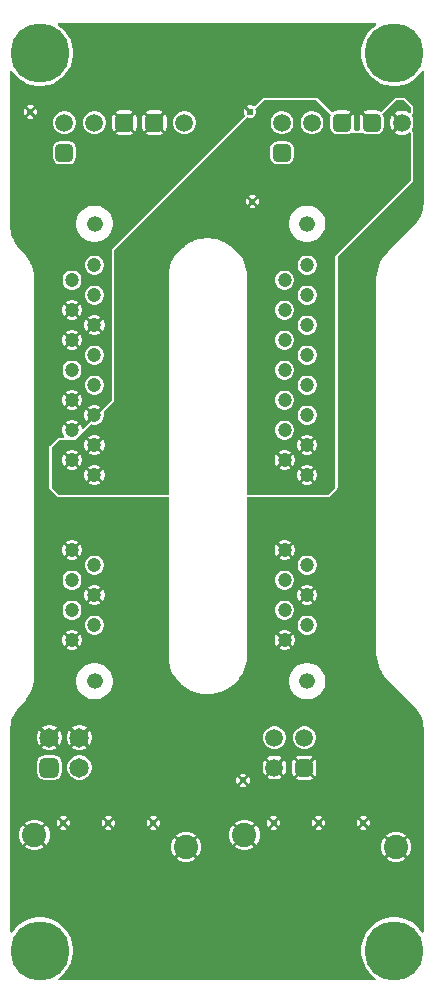
<source format=gbr>
G04*
G04 #@! TF.GenerationSoftware,Altium Limited,Altium Designer,22.11.1 (43)*
G04*
G04 Layer_Physical_Order=3*
G04 Layer_Color=36540*
%FSLAX44Y44*%
%MOMM*%
G71*
G04*
G04 #@! TF.SameCoordinates,6BFD124F-6662-46D6-B746-139303AAAD4B*
G04*
G04*
G04 #@! TF.FilePolarity,Positive*
G04*
G01*
G75*
%ADD18C,2.0500*%
%ADD30C,1.3400*%
%ADD31C,1.2000*%
%ADD32C,1.5000*%
G04:AMPARAMS|DCode=33|XSize=1.5mm|YSize=1.5mm|CornerRadius=0.375mm|HoleSize=0mm|Usage=FLASHONLY|Rotation=90.000|XOffset=0mm|YOffset=0mm|HoleType=Round|Shape=RoundedRectangle|*
%AMROUNDEDRECTD33*
21,1,1.5000,0.7500,0,0,90.0*
21,1,0.7500,1.5000,0,0,90.0*
1,1,0.7500,0.3750,0.3750*
1,1,0.7500,0.3750,-0.3750*
1,1,0.7500,-0.3750,-0.3750*
1,1,0.7500,-0.3750,0.3750*
%
%ADD33ROUNDEDRECTD33*%
G04:AMPARAMS|DCode=34|XSize=1.52mm|YSize=1.52mm|CornerRadius=0.38mm|HoleSize=0mm|Usage=FLASHONLY|Rotation=0.000|XOffset=0mm|YOffset=0mm|HoleType=Round|Shape=RoundedRectangle|*
%AMROUNDEDRECTD34*
21,1,1.5200,0.7600,0,0,0.0*
21,1,0.7600,1.5200,0,0,0.0*
1,1,0.7600,0.3800,-0.3800*
1,1,0.7600,-0.3800,-0.3800*
1,1,0.7600,-0.3800,0.3800*
1,1,0.7600,0.3800,0.3800*
%
%ADD34ROUNDEDRECTD34*%
%ADD35C,1.5200*%
G04:AMPARAMS|DCode=36|XSize=1.65mm|YSize=1.65mm|CornerRadius=0.4125mm|HoleSize=0mm|Usage=FLASHONLY|Rotation=270.000|XOffset=0mm|YOffset=0mm|HoleType=Round|Shape=RoundedRectangle|*
%AMROUNDEDRECTD36*
21,1,1.6500,0.8250,0,0,270.0*
21,1,0.8250,1.6500,0,0,270.0*
1,1,0.8250,-0.4125,-0.4125*
1,1,0.8250,-0.4125,0.4125*
1,1,0.8250,0.4125,0.4125*
1,1,0.8250,0.4125,-0.4125*
%
%ADD36ROUNDEDRECTD36*%
%ADD37C,1.6500*%
%ADD38C,5.0000*%
G04:AMPARAMS|DCode=39|XSize=1.52mm|YSize=1.52mm|CornerRadius=0.38mm|HoleSize=0mm|Usage=FLASHONLY|Rotation=90.000|XOffset=0mm|YOffset=0mm|HoleType=Round|Shape=RoundedRectangle|*
%AMROUNDEDRECTD39*
21,1,1.5200,0.7600,0,0,90.0*
21,1,0.7600,1.5200,0,0,90.0*
1,1,0.7600,0.3800,0.3800*
1,1,0.7600,0.3800,-0.3800*
1,1,0.7600,-0.3800,-0.3800*
1,1,0.7600,-0.3800,0.3800*
%
%ADD39ROUNDEDRECTD39*%
%ADD40C,0.6096*%
G36*
X968477Y1118941D02*
X968890Y1117671D01*
X965738Y1115382D01*
X962618Y1112262D01*
X960025Y1108692D01*
X958022Y1104761D01*
X956658Y1100564D01*
X955968Y1096206D01*
Y1091794D01*
X956658Y1087436D01*
X958022Y1083239D01*
X960025Y1079308D01*
X962618Y1075738D01*
X965738Y1072618D01*
X969308Y1070025D01*
X973239Y1068022D01*
X977436Y1066658D01*
X981794Y1065968D01*
X986206D01*
X990564Y1066658D01*
X994761Y1068022D01*
X998692Y1070025D01*
X1002262Y1072618D01*
X1005382Y1075738D01*
X1007671Y1078890D01*
X1008941Y1078477D01*
X1008941Y967400D01*
X1008941Y966044D01*
X1008676Y963345D01*
X1008147Y960685D01*
X1007359Y958090D01*
X1006321Y955584D01*
X1005043Y953193D01*
X1003536Y950938D01*
X1001816Y948841D01*
X1000857Y947883D01*
X1000857Y947883D01*
X978818Y925843D01*
X978796Y925811D01*
X978765Y925789D01*
X977727Y924699D01*
X977666Y924603D01*
X977578Y924531D01*
X975669Y922205D01*
X975598Y922071D01*
X975491Y921964D01*
X973819Y919462D01*
X973761Y919322D01*
X973665Y919204D01*
X972246Y916551D01*
X972202Y916406D01*
X972118Y916280D01*
X970966Y913500D01*
X970937Y913351D01*
X970865Y913217D01*
X969992Y910338D01*
X969977Y910187D01*
X969919Y910047D01*
X969332Y907095D01*
Y906944D01*
X969288Y906799D01*
X968993Y903804D01*
X969004Y903691D01*
X968979Y903579D01*
X968942Y902075D01*
X968949Y902037D01*
X968941Y902000D01*
Y586700D01*
X968949Y586663D01*
X968942Y586625D01*
X968979Y585121D01*
X969004Y585009D01*
X968993Y584896D01*
X969288Y581901D01*
X969332Y581756D01*
Y581604D01*
X969919Y578653D01*
X969977Y578513D01*
X969992Y578362D01*
X970865Y575483D01*
X970937Y575349D01*
X970966Y575200D01*
X972118Y572420D01*
X972202Y572294D01*
X972246Y572149D01*
X973665Y569496D01*
X973761Y569378D01*
X973819Y569238D01*
X975491Y566736D01*
X975598Y566629D01*
X975669Y566495D01*
X977578Y564169D01*
X977666Y564097D01*
X977727Y564001D01*
X978765Y562911D01*
X978796Y562889D01*
X978818Y562857D01*
X1000857Y540817D01*
X1001816Y539859D01*
X1003536Y537762D01*
X1005043Y535507D01*
X1006321Y533115D01*
X1007359Y530610D01*
X1008146Y528015D01*
X1008676Y525355D01*
X1008941Y522656D01*
X1008941Y521300D01*
Y349523D01*
X1007671Y349110D01*
X1005382Y352262D01*
X1002262Y355382D01*
X998692Y357975D01*
X994761Y359978D01*
X990564Y361342D01*
X986206Y362032D01*
X981794D01*
X977436Y361342D01*
X973239Y359978D01*
X969308Y357975D01*
X965738Y355382D01*
X962618Y352262D01*
X960025Y348692D01*
X958022Y344761D01*
X956658Y340564D01*
X955968Y336206D01*
Y331794D01*
X956658Y327436D01*
X958022Y323239D01*
X960025Y319308D01*
X962618Y315738D01*
X965738Y312618D01*
X968890Y310329D01*
X968477Y309059D01*
X699523Y309059D01*
X699110Y310329D01*
X702262Y312618D01*
X705382Y315738D01*
X707975Y319308D01*
X709978Y323239D01*
X711342Y327436D01*
X712032Y331794D01*
Y336206D01*
X711342Y340564D01*
X709978Y344761D01*
X707975Y348692D01*
X705382Y352262D01*
X702262Y355382D01*
X698692Y357975D01*
X694761Y359978D01*
X690564Y361342D01*
X686206Y362032D01*
X681794D01*
X677436Y361342D01*
X673239Y359978D01*
X669308Y357975D01*
X665738Y355382D01*
X662618Y352262D01*
X660329Y349110D01*
X659059Y349523D01*
X659059Y521300D01*
Y522656D01*
X659324Y525355D01*
X659854Y528015D01*
X660641Y530610D01*
X661679Y533115D01*
X662957Y535507D01*
X664464Y537762D01*
X666184Y539859D01*
X667143Y540817D01*
X667143Y540817D01*
X669183Y542857D01*
X669204Y542889D01*
X669235Y542911D01*
X670273Y544001D01*
X670334Y544097D01*
X670422Y544169D01*
X672331Y546495D01*
X672402Y546629D01*
X672509Y546736D01*
X674181Y549238D01*
X674239Y549378D01*
X674335Y549496D01*
X675754Y552149D01*
X675798Y552294D01*
X675882Y552421D01*
X677033Y555200D01*
X677063Y555349D01*
X677135Y555483D01*
X678008Y558362D01*
X678023Y558513D01*
X678081Y558653D01*
X678668Y561604D01*
Y561756D01*
X678712Y561901D01*
X679007Y564896D01*
X678996Y565009D01*
X679021Y565120D01*
X679058Y566625D01*
X679051Y566663D01*
X679059Y566700D01*
X679059Y902000D01*
X679051Y902037D01*
X679058Y902075D01*
X679021Y903579D01*
X678996Y903691D01*
X679007Y903804D01*
X678712Y906799D01*
X678668Y906944D01*
Y907095D01*
X678081Y910046D01*
X678023Y910187D01*
X678008Y910338D01*
X677135Y913217D01*
X677063Y913351D01*
X677033Y913500D01*
X675882Y916280D01*
X675798Y916406D01*
X675754Y916551D01*
X674335Y919204D01*
X674239Y919322D01*
X674181Y919462D01*
X672509Y921964D01*
X672402Y922071D01*
X672331Y922205D01*
X670422Y924531D01*
X670334Y924603D01*
X670273Y924699D01*
X669235Y925789D01*
X669204Y925811D01*
X669183Y925843D01*
X667143Y927882D01*
X667143Y927883D01*
X666184Y928841D01*
X664464Y930938D01*
X662957Y933193D01*
X661678Y935584D01*
X660641Y938090D01*
X659854Y940685D01*
X659324Y943345D01*
X659059Y946044D01*
X659059Y947400D01*
Y1078477D01*
X660329Y1078890D01*
X662618Y1075738D01*
X665738Y1072618D01*
X669308Y1070025D01*
X673239Y1068022D01*
X677436Y1066658D01*
X681794Y1065968D01*
X686206D01*
X690564Y1066658D01*
X694761Y1068022D01*
X698692Y1070025D01*
X702262Y1072618D01*
X705382Y1075738D01*
X707975Y1079308D01*
X709978Y1083239D01*
X711342Y1087436D01*
X712032Y1091794D01*
Y1096206D01*
X711342Y1100564D01*
X709978Y1104761D01*
X707975Y1108692D01*
X705382Y1112262D01*
X702262Y1115382D01*
X699110Y1117671D01*
X699523Y1118941D01*
X968477Y1118941D01*
D02*
G37*
%LPC*%
G36*
X677112Y1049588D02*
X674889D01*
X672993Y1048803D01*
X676000Y1045796D01*
X679007Y1048803D01*
X677112Y1049588D01*
D02*
G37*
G36*
X992000Y1056072D02*
X992000Y1056072D01*
X986000D01*
X985207Y1055914D01*
X984535Y1055465D01*
X984535Y1055465D01*
X972924Y1043854D01*
X971474Y1044822D01*
X969000Y1045314D01*
X961400D01*
X958926Y1044822D01*
X957906Y1044140D01*
X966098Y1035948D01*
X964302Y1034152D01*
X956110Y1042344D01*
X955428Y1041324D01*
X954936Y1038850D01*
Y1031250D01*
X955315Y1029342D01*
X954487Y1028072D01*
X950513D01*
X949685Y1029342D01*
X950064Y1031250D01*
Y1038850D01*
X949572Y1041324D01*
X948890Y1042344D01*
X940698Y1034152D01*
X938902Y1035948D01*
X947094Y1044140D01*
X946074Y1044822D01*
X943600Y1045314D01*
X936000D01*
X933526Y1044822D01*
X931477Y1043453D01*
X919465Y1055465D01*
X918793Y1055914D01*
X918000Y1056072D01*
X918000Y1056072D01*
X874000D01*
X874000Y1056072D01*
X873207Y1055914D01*
X872535Y1055465D01*
X872535Y1055465D01*
X865486Y1048416D01*
X865165Y1048737D01*
X863111Y1049588D01*
X860889D01*
X858993Y1048803D01*
X862898Y1044898D01*
X861102Y1043102D01*
X857197Y1047007D01*
X856412Y1045111D01*
Y1042888D01*
X857263Y1040835D01*
X857584Y1040514D01*
X745535Y928465D01*
X745086Y927793D01*
X744928Y927000D01*
X744928Y927000D01*
Y799858D01*
X737640Y792570D01*
X737266Y792620D01*
X731148Y786502D01*
X724523Y779877D01*
X724554Y779484D01*
X720928Y775858D01*
X719604Y776330D01*
X719158Y777996D01*
X718109Y779813D01*
X712098Y773802D01*
X711200Y774700D01*
X710302Y773802D01*
X704291Y779813D01*
X703242Y777996D01*
X702660Y775824D01*
Y773576D01*
X703242Y771404D01*
X704366Y769456D01*
X704577Y769245D01*
X704091Y768072D01*
X700000D01*
X700000Y768072D01*
X699207Y767914D01*
X698535Y767465D01*
X698535Y767465D01*
X692535Y761465D01*
X692086Y760793D01*
X691928Y760000D01*
X691928Y760000D01*
Y726000D01*
X691928Y726000D01*
X692086Y725207D01*
X692535Y724535D01*
X692535Y724535D01*
X698535Y718535D01*
X699207Y718086D01*
X700000Y717928D01*
X700000Y717928D01*
X792941D01*
Y582000D01*
Y579622D01*
X793000Y579327D01*
Y579025D01*
X793928Y574361D01*
X794043Y574083D01*
X794102Y573787D01*
X795922Y569394D01*
X796089Y569143D01*
X796204Y568865D01*
X798847Y564911D01*
X799060Y564698D01*
X799227Y564447D01*
X800908Y562766D01*
X800908Y562766D01*
X803594Y560080D01*
X803594Y560080D01*
X803595Y560080D01*
X804572Y559102D01*
X804698Y559018D01*
X804794Y558901D01*
X806932Y557146D01*
X807066Y557075D01*
X807173Y556968D01*
X809472Y555431D01*
X809612Y555373D01*
X809730Y555277D01*
X812168Y553974D01*
X812313Y553930D01*
X812439Y553845D01*
X814994Y552787D01*
X815143Y552758D01*
X815277Y552686D01*
X817923Y551883D01*
X818074Y551869D01*
X818214Y551810D01*
X820926Y551271D01*
X821077D01*
X821223Y551227D01*
X823974Y550956D01*
X824125Y550971D01*
X824274Y550941D01*
X825657Y550941D01*
X828043D01*
X828043Y550941D01*
X828169Y550966D01*
X828296Y550952D01*
X829772Y551074D01*
X829918Y551116D01*
X830069Y551113D01*
X832983Y551646D01*
X833124Y551702D01*
X833276Y551714D01*
X836124Y552530D01*
X836258Y552599D01*
X836408Y552627D01*
X839162Y553718D01*
X839289Y553800D01*
X839435Y553842D01*
X842069Y555198D01*
X842188Y555292D01*
X842329Y555348D01*
X844817Y556955D01*
X844926Y557061D01*
X845061Y557130D01*
X847380Y558974D01*
X847478Y559090D01*
X847606Y559172D01*
X849732Y561234D01*
X849819Y561359D01*
X849937Y561453D01*
X850813Y562487D01*
X852492Y564166D01*
X852660Y564417D01*
X852873Y564630D01*
X855653Y568790D01*
X855768Y569068D01*
X855935Y569319D01*
X857850Y573941D01*
X857909Y574237D01*
X858024Y574515D01*
X859000Y579423D01*
X859000Y579724D01*
X859059Y580019D01*
X859059Y582521D01*
X859059Y716658D01*
X859059Y717928D01*
X928000D01*
X928000Y717928D01*
X928793Y718086D01*
X929465Y718535D01*
X929465Y718535D01*
X935465Y724535D01*
X935914Y725207D01*
X936072Y726000D01*
X936072Y726000D01*
Y921142D01*
X999465Y984535D01*
X999914Y985207D01*
X1000072Y986000D01*
X1000072Y986000D01*
Y1026451D01*
X999914Y1027243D01*
X999465Y1027915D01*
X999116Y1028148D01*
X998778Y1028562D01*
X998682Y1029785D01*
X999576Y1031332D01*
X1000232Y1033782D01*
Y1036318D01*
X999576Y1038768D01*
X998682Y1040315D01*
X998778Y1041538D01*
X999116Y1041952D01*
X999465Y1042185D01*
X999914Y1042857D01*
X1000072Y1043649D01*
Y1048000D01*
X999914Y1048793D01*
X999465Y1049465D01*
X999465Y1049465D01*
X993465Y1055465D01*
X993465Y1055465D01*
X992793Y1055914D01*
X992000Y1056072D01*
D02*
G37*
G36*
X680803Y1047007D02*
X677796Y1044000D01*
X680803Y1040993D01*
X681588Y1042888D01*
Y1045111D01*
X680803Y1047007D01*
D02*
G37*
G36*
X671197Y1047007D02*
X670412Y1045111D01*
Y1042888D01*
X671197Y1040993D01*
X674204Y1044000D01*
X671197Y1047007D01*
D02*
G37*
G36*
X676000Y1042204D02*
X672993Y1039197D01*
X674889Y1038412D01*
X677112D01*
X679007Y1039197D01*
X676000Y1042204D01*
D02*
G37*
G36*
X784850Y1045314D02*
X777250D01*
X774776Y1044822D01*
X773756Y1044140D01*
X781050Y1036846D01*
X788344Y1044140D01*
X787324Y1044822D01*
X784850Y1045314D01*
D02*
G37*
G36*
X759450D02*
X751850D01*
X749376Y1044822D01*
X748356Y1044140D01*
X755650Y1036846D01*
X762944Y1044140D01*
X761924Y1044822D01*
X759450Y1045314D01*
D02*
G37*
G36*
X790140Y1042344D02*
X782846Y1035050D01*
X790140Y1027756D01*
X790822Y1028776D01*
X791314Y1031250D01*
Y1038850D01*
X790822Y1041324D01*
X790140Y1042344D01*
D02*
G37*
G36*
X771960Y1042344D02*
X771278Y1041324D01*
X770786Y1038850D01*
Y1031250D01*
X771278Y1028776D01*
X771960Y1027756D01*
X779254Y1035050D01*
X771960Y1042344D01*
D02*
G37*
G36*
X746560Y1042344D02*
X745878Y1041324D01*
X745386Y1038850D01*
Y1031250D01*
X745878Y1028776D01*
X746560Y1027756D01*
X753854Y1035050D01*
X746560Y1042344D01*
D02*
G37*
G36*
X764740D02*
X757446Y1035050D01*
X764740Y1027756D01*
X765422Y1028776D01*
X765914Y1031250D01*
Y1038850D01*
X765422Y1041324D01*
X764740Y1042344D01*
D02*
G37*
G36*
X807718Y1044682D02*
X805182D01*
X802732Y1044026D01*
X800536Y1042757D01*
X798743Y1040964D01*
X797474Y1038768D01*
X796818Y1036318D01*
Y1033782D01*
X797474Y1031332D01*
X798743Y1029136D01*
X800536Y1027343D01*
X802732Y1026074D01*
X805182Y1025418D01*
X807718D01*
X810168Y1026074D01*
X812364Y1027343D01*
X814157Y1029136D01*
X815426Y1031332D01*
X816082Y1033782D01*
Y1036318D01*
X815426Y1038768D01*
X814157Y1040964D01*
X812364Y1042757D01*
X810168Y1044026D01*
X807718Y1044682D01*
D02*
G37*
G36*
X731518D02*
X728982D01*
X726532Y1044026D01*
X724336Y1042757D01*
X722542Y1040964D01*
X721274Y1038768D01*
X720618Y1036318D01*
Y1033782D01*
X721274Y1031332D01*
X722542Y1029136D01*
X724336Y1027343D01*
X726532Y1026074D01*
X728982Y1025418D01*
X731518D01*
X733968Y1026074D01*
X736164Y1027343D01*
X737958Y1029136D01*
X739226Y1031332D01*
X739882Y1033782D01*
Y1036318D01*
X739226Y1038768D01*
X737958Y1040964D01*
X736164Y1042757D01*
X733968Y1044026D01*
X731518Y1044682D01*
D02*
G37*
G36*
X706118D02*
X703582D01*
X701132Y1044026D01*
X698936Y1042757D01*
X697142Y1040964D01*
X695874Y1038768D01*
X695218Y1036318D01*
Y1033782D01*
X695874Y1031332D01*
X697142Y1029136D01*
X698936Y1027343D01*
X701132Y1026074D01*
X703582Y1025418D01*
X706118D01*
X708568Y1026074D01*
X710764Y1027343D01*
X712558Y1029136D01*
X713826Y1031332D01*
X714482Y1033782D01*
Y1036318D01*
X713826Y1038768D01*
X712558Y1040964D01*
X710764Y1042757D01*
X708568Y1044026D01*
X706118Y1044682D01*
D02*
G37*
G36*
X781050Y1033254D02*
X773756Y1025960D01*
X774776Y1025278D01*
X777250Y1024786D01*
X784850D01*
X787324Y1025278D01*
X788344Y1025960D01*
X781050Y1033254D01*
D02*
G37*
G36*
X755650D02*
X748356Y1025960D01*
X749376Y1025278D01*
X751850Y1024786D01*
X759450D01*
X761924Y1025278D01*
X762944Y1025960D01*
X755650Y1033254D01*
D02*
G37*
G36*
X708650Y1019396D02*
X701050D01*
X698774Y1018944D01*
X696845Y1017655D01*
X695556Y1015725D01*
X695104Y1013450D01*
Y1005850D01*
X695556Y1003575D01*
X696845Y1001645D01*
X698774Y1000356D01*
X701050Y999904D01*
X708650D01*
X710926Y1000356D01*
X712855Y1001645D01*
X714144Y1003575D01*
X714596Y1005850D01*
Y1013450D01*
X714144Y1015725D01*
X712855Y1017655D01*
X710926Y1018944D01*
X708650Y1019396D01*
D02*
G37*
G36*
X731780Y964732D02*
X728740D01*
X725759Y964139D01*
X722950Y962976D01*
X720423Y961287D01*
X718273Y959137D01*
X716584Y956610D01*
X715421Y953801D01*
X714828Y950820D01*
Y947780D01*
X715421Y944799D01*
X716584Y941990D01*
X718273Y939463D01*
X720423Y937313D01*
X722950Y935624D01*
X725759Y934461D01*
X728740Y933868D01*
X731780D01*
X734761Y934461D01*
X737570Y935624D01*
X740097Y937313D01*
X742247Y939463D01*
X743936Y941990D01*
X745099Y944799D01*
X745692Y947780D01*
Y950820D01*
X745099Y953801D01*
X743936Y956610D01*
X742247Y959137D01*
X740097Y961287D01*
X737570Y962976D01*
X734761Y964139D01*
X731780Y964732D01*
D02*
G37*
G36*
X731307Y922432D02*
X729193D01*
X727150Y921885D01*
X725318Y920827D01*
X723823Y919332D01*
X722765Y917500D01*
X722218Y915457D01*
Y913343D01*
X722765Y911300D01*
X723823Y909468D01*
X725318Y907973D01*
X727150Y906915D01*
X729193Y906368D01*
X731307D01*
X733350Y906915D01*
X735182Y907973D01*
X736677Y909468D01*
X737735Y911300D01*
X738282Y913343D01*
Y915457D01*
X737735Y917500D01*
X736677Y919332D01*
X735182Y920827D01*
X733350Y921885D01*
X731307Y922432D01*
D02*
G37*
G36*
X712257Y909732D02*
X710143D01*
X708100Y909185D01*
X706268Y908127D01*
X704773Y906632D01*
X703715Y904800D01*
X703168Y902757D01*
Y900643D01*
X703715Y898600D01*
X704773Y896768D01*
X706268Y895273D01*
X708100Y894215D01*
X710143Y893668D01*
X712257D01*
X714300Y894215D01*
X716132Y895273D01*
X717627Y896768D01*
X718685Y898600D01*
X719232Y900643D01*
Y902757D01*
X718685Y904800D01*
X717627Y906632D01*
X716132Y908127D01*
X714300Y909185D01*
X712257Y909732D01*
D02*
G37*
G36*
X731307Y897032D02*
X729193D01*
X727150Y896485D01*
X725318Y895427D01*
X723823Y893932D01*
X722765Y892100D01*
X722218Y890057D01*
Y887943D01*
X722765Y885900D01*
X723823Y884068D01*
X725318Y882573D01*
X727150Y881515D01*
X729193Y880968D01*
X731307D01*
X733350Y881515D01*
X735182Y882573D01*
X736677Y884068D01*
X737735Y885900D01*
X738282Y887943D01*
Y890057D01*
X737735Y892100D01*
X736677Y893932D01*
X735182Y895427D01*
X733350Y896485D01*
X731307Y897032D01*
D02*
G37*
G36*
X712324Y884850D02*
X710076D01*
X707904Y884268D01*
X706087Y883219D01*
X711200Y878106D01*
X716313Y883219D01*
X714496Y884268D01*
X712324Y884850D01*
D02*
G37*
G36*
X704291Y881423D02*
X703242Y879606D01*
X702660Y877434D01*
Y875186D01*
X703242Y873014D01*
X704291Y871197D01*
X709404Y876310D01*
X704291Y881423D01*
D02*
G37*
G36*
X718109Y881423D02*
X712996Y876310D01*
X718109Y871197D01*
X719158Y873014D01*
X719740Y875186D01*
Y877434D01*
X719158Y879606D01*
X718109Y881423D01*
D02*
G37*
G36*
X711200Y874514D02*
X706087Y869401D01*
X707904Y868352D01*
X710076Y867770D01*
X712324D01*
X714496Y868352D01*
X716313Y869401D01*
X711200Y874514D01*
D02*
G37*
G36*
X731374Y872140D02*
X729126D01*
X726954Y871558D01*
X725137Y870509D01*
X730250Y865396D01*
X735363Y870509D01*
X733546Y871558D01*
X731374Y872140D01*
D02*
G37*
G36*
X723341Y868713D02*
X722292Y866896D01*
X721710Y864724D01*
Y862476D01*
X722292Y860304D01*
X723341Y858487D01*
X728454Y863600D01*
X723341Y868713D01*
D02*
G37*
G36*
X737159D02*
X732046Y863600D01*
X737159Y858487D01*
X738208Y860304D01*
X738790Y862476D01*
Y864724D01*
X738208Y866896D01*
X737159Y868713D01*
D02*
G37*
G36*
X730250Y861804D02*
X725137Y856691D01*
X726954Y855642D01*
X729126Y855060D01*
X731374D01*
X733546Y855642D01*
X735363Y856691D01*
X730250Y861804D01*
D02*
G37*
G36*
X712324Y859440D02*
X710076D01*
X707904Y858858D01*
X706087Y857809D01*
X711200Y852696D01*
X716313Y857809D01*
X714496Y858858D01*
X712324Y859440D01*
D02*
G37*
G36*
X704291Y856013D02*
X703242Y854196D01*
X702660Y852024D01*
Y849776D01*
X703242Y847604D01*
X704291Y845787D01*
X709404Y850900D01*
X704291Y856013D01*
D02*
G37*
G36*
X718109D02*
X712996Y850900D01*
X718109Y845787D01*
X719158Y847604D01*
X719740Y849776D01*
Y852024D01*
X719158Y854196D01*
X718109Y856013D01*
D02*
G37*
G36*
X711200Y849104D02*
X706087Y843991D01*
X707904Y842942D01*
X710076Y842360D01*
X712324D01*
X714496Y842942D01*
X716313Y843991D01*
X711200Y849104D01*
D02*
G37*
G36*
X731307Y846232D02*
X729193D01*
X727150Y845685D01*
X725318Y844627D01*
X723823Y843132D01*
X722765Y841300D01*
X722218Y839257D01*
Y837143D01*
X722765Y835100D01*
X723823Y833268D01*
X725318Y831773D01*
X727150Y830715D01*
X729193Y830168D01*
X731307D01*
X733350Y830715D01*
X735182Y831773D01*
X736677Y833268D01*
X737735Y835100D01*
X738282Y837143D01*
Y839257D01*
X737735Y841300D01*
X736677Y843132D01*
X735182Y844627D01*
X733350Y845685D01*
X731307Y846232D01*
D02*
G37*
G36*
X712257Y833532D02*
X710143D01*
X708100Y832985D01*
X706268Y831927D01*
X704773Y830432D01*
X703715Y828600D01*
X703168Y826557D01*
Y824443D01*
X703715Y822400D01*
X704773Y820568D01*
X706268Y819073D01*
X708100Y818015D01*
X710143Y817468D01*
X712257D01*
X714300Y818015D01*
X716132Y819073D01*
X717627Y820568D01*
X718685Y822400D01*
X719232Y824443D01*
Y826557D01*
X718685Y828600D01*
X717627Y830432D01*
X716132Y831927D01*
X714300Y832985D01*
X712257Y833532D01*
D02*
G37*
G36*
X731307Y820832D02*
X729193D01*
X727150Y820285D01*
X725318Y819227D01*
X723823Y817732D01*
X722765Y815900D01*
X722218Y813857D01*
Y811743D01*
X722765Y809700D01*
X723823Y807868D01*
X725318Y806373D01*
X727150Y805315D01*
X729193Y804768D01*
X731307D01*
X733350Y805315D01*
X735182Y806373D01*
X736677Y807868D01*
X737735Y809700D01*
X738282Y811743D01*
Y813857D01*
X737735Y815900D01*
X736677Y817732D01*
X735182Y819227D01*
X733350Y820285D01*
X731307Y820832D01*
D02*
G37*
G36*
X712324Y808640D02*
X710076D01*
X707904Y808058D01*
X706087Y807009D01*
X711200Y801896D01*
X716313Y807009D01*
X714496Y808058D01*
X712324Y808640D01*
D02*
G37*
G36*
X704291Y805213D02*
X703242Y803396D01*
X702660Y801224D01*
Y798976D01*
X703242Y796804D01*
X704291Y794987D01*
X709404Y800100D01*
X704291Y805213D01*
D02*
G37*
G36*
X718109D02*
X712996Y800100D01*
X718109Y794987D01*
X719158Y796804D01*
X719740Y798976D01*
Y801224D01*
X719158Y803396D01*
X718109Y805213D01*
D02*
G37*
G36*
X711200Y798304D02*
X706087Y793191D01*
X707904Y792142D01*
X710076Y791560D01*
X712324D01*
X714496Y792142D01*
X716313Y793191D01*
X711200Y798304D01*
D02*
G37*
G36*
X731374Y795940D02*
X729126D01*
X726954Y795358D01*
X725137Y794309D01*
X730250Y789196D01*
X735363Y794309D01*
X733546Y795358D01*
X731374Y795940D01*
D02*
G37*
G36*
X723341Y792513D02*
X722292Y790696D01*
X721710Y788524D01*
Y786276D01*
X722292Y784104D01*
X723341Y782287D01*
X728454Y787400D01*
X723341Y792513D01*
D02*
G37*
G36*
X712324Y783240D02*
X710076D01*
X707904Y782658D01*
X706087Y781609D01*
X711200Y776496D01*
X716313Y781609D01*
X714496Y782658D01*
X712324Y783240D01*
D02*
G37*
G36*
Y681640D02*
X710076D01*
X707904Y681058D01*
X706087Y680009D01*
X711200Y674896D01*
X716313Y680009D01*
X714496Y681058D01*
X712324Y681640D01*
D02*
G37*
G36*
X892324D02*
X890076D01*
X887904Y681058D01*
X886087Y680009D01*
X891200Y674896D01*
X896313Y680009D01*
X894496Y681058D01*
X892324Y681640D01*
D02*
G37*
G36*
X704291Y678213D02*
X703242Y676396D01*
X702660Y674224D01*
Y671976D01*
X703242Y669804D01*
X704291Y667987D01*
X709404Y673100D01*
X704291Y678213D01*
D02*
G37*
G36*
X718109D02*
X712996Y673100D01*
X718109Y667987D01*
X719158Y669804D01*
X719740Y671976D01*
Y674224D01*
X719158Y676396D01*
X718109Y678213D01*
D02*
G37*
G36*
X898109Y678213D02*
X892996Y673100D01*
X898109Y667987D01*
X899158Y669804D01*
X899740Y671976D01*
Y674224D01*
X899158Y676396D01*
X898109Y678213D01*
D02*
G37*
G36*
X884291Y678213D02*
X883242Y676396D01*
X882660Y674224D01*
Y671976D01*
X883242Y669804D01*
X884291Y667987D01*
X889404Y673100D01*
X884291Y678213D01*
D02*
G37*
G36*
X891200Y671304D02*
X886087Y666191D01*
X887904Y665142D01*
X890076Y664560D01*
X892324D01*
X894496Y665142D01*
X896313Y666191D01*
X891200Y671304D01*
D02*
G37*
G36*
X711200Y671304D02*
X706087Y666191D01*
X707904Y665142D01*
X710076Y664560D01*
X712324D01*
X714496Y665142D01*
X716313Y666191D01*
X711200Y671304D01*
D02*
G37*
G36*
X911307Y668442D02*
X909193D01*
X907150Y667895D01*
X905318Y666837D01*
X903823Y665342D01*
X902765Y663510D01*
X902218Y661467D01*
Y659353D01*
X902765Y657310D01*
X903823Y655478D01*
X905318Y653983D01*
X907150Y652925D01*
X909193Y652378D01*
X911307D01*
X913350Y652925D01*
X915182Y653983D01*
X916677Y655478D01*
X917735Y657310D01*
X918282Y659353D01*
Y661467D01*
X917735Y663510D01*
X916677Y665342D01*
X915182Y666837D01*
X913350Y667895D01*
X911307Y668442D01*
D02*
G37*
G36*
X731307D02*
X729193D01*
X727150Y667895D01*
X725318Y666837D01*
X723823Y665342D01*
X722765Y663510D01*
X722218Y661467D01*
Y659353D01*
X722765Y657310D01*
X723823Y655478D01*
X725318Y653983D01*
X727150Y652925D01*
X729193Y652378D01*
X731307D01*
X733350Y652925D01*
X735182Y653983D01*
X736677Y655478D01*
X737735Y657310D01*
X738282Y659353D01*
Y661467D01*
X737735Y663510D01*
X736677Y665342D01*
X735182Y666837D01*
X733350Y667895D01*
X731307Y668442D01*
D02*
G37*
G36*
X892257Y655732D02*
X890143D01*
X888100Y655185D01*
X886268Y654127D01*
X884773Y652632D01*
X883715Y650800D01*
X883168Y648757D01*
Y646643D01*
X883715Y644600D01*
X884773Y642768D01*
X886268Y641273D01*
X888100Y640215D01*
X890143Y639668D01*
X892257D01*
X894300Y640215D01*
X896132Y641273D01*
X897627Y642768D01*
X898685Y644600D01*
X899232Y646643D01*
Y648757D01*
X898685Y650800D01*
X897627Y652632D01*
X896132Y654127D01*
X894300Y655185D01*
X892257Y655732D01*
D02*
G37*
G36*
X712257D02*
X710143D01*
X708100Y655185D01*
X706268Y654127D01*
X704773Y652632D01*
X703715Y650800D01*
X703168Y648757D01*
Y646643D01*
X703715Y644600D01*
X704773Y642768D01*
X706268Y641273D01*
X708100Y640215D01*
X710143Y639668D01*
X712257D01*
X714300Y640215D01*
X716132Y641273D01*
X717627Y642768D01*
X718685Y644600D01*
X719232Y646643D01*
Y648757D01*
X718685Y650800D01*
X717627Y652632D01*
X716132Y654127D01*
X714300Y655185D01*
X712257Y655732D01*
D02*
G37*
G36*
X731374Y643540D02*
X729126D01*
X726954Y642958D01*
X725137Y641909D01*
X730250Y636796D01*
X735363Y641909D01*
X733546Y642958D01*
X731374Y643540D01*
D02*
G37*
G36*
X911374D02*
X909126D01*
X906954Y642958D01*
X905137Y641909D01*
X910250Y636796D01*
X915363Y641909D01*
X913546Y642958D01*
X911374Y643540D01*
D02*
G37*
G36*
X723341Y640113D02*
X722292Y638296D01*
X721710Y636124D01*
Y633876D01*
X722292Y631704D01*
X723341Y629887D01*
X728454Y635000D01*
X723341Y640113D01*
D02*
G37*
G36*
X737159D02*
X732046Y635000D01*
X737159Y629887D01*
X738208Y631704D01*
X738790Y633876D01*
Y636124D01*
X738208Y638296D01*
X737159Y640113D01*
D02*
G37*
G36*
X917159Y640113D02*
X912046Y635000D01*
X917159Y629887D01*
X918208Y631704D01*
X918790Y633876D01*
Y636124D01*
X918208Y638296D01*
X917159Y640113D01*
D02*
G37*
G36*
X903341Y640113D02*
X902292Y638296D01*
X901710Y636124D01*
Y633876D01*
X902292Y631704D01*
X903341Y629887D01*
X908454Y635000D01*
X903341Y640113D01*
D02*
G37*
G36*
X910250Y633204D02*
X905137Y628091D01*
X906954Y627042D01*
X909126Y626460D01*
X911374D01*
X913546Y627042D01*
X915363Y628091D01*
X910250Y633204D01*
D02*
G37*
G36*
X730250Y633204D02*
X725137Y628091D01*
X726954Y627042D01*
X729126Y626460D01*
X731374D01*
X733546Y627042D01*
X735363Y628091D01*
X730250Y633204D01*
D02*
G37*
G36*
X892257Y630332D02*
X890143D01*
X888100Y629785D01*
X886268Y628727D01*
X884773Y627232D01*
X883715Y625400D01*
X883168Y623357D01*
Y621243D01*
X883715Y619200D01*
X884773Y617368D01*
X886268Y615873D01*
X888100Y614815D01*
X890143Y614268D01*
X892257D01*
X894300Y614815D01*
X896132Y615873D01*
X897627Y617368D01*
X898685Y619200D01*
X899232Y621243D01*
Y623357D01*
X898685Y625400D01*
X897627Y627232D01*
X896132Y628727D01*
X894300Y629785D01*
X892257Y630332D01*
D02*
G37*
G36*
X712257D02*
X710143D01*
X708100Y629785D01*
X706268Y628727D01*
X704773Y627232D01*
X703715Y625400D01*
X703168Y623357D01*
Y621243D01*
X703715Y619200D01*
X704773Y617368D01*
X706268Y615873D01*
X708100Y614815D01*
X710143Y614268D01*
X712257D01*
X714300Y614815D01*
X716132Y615873D01*
X717627Y617368D01*
X718685Y619200D01*
X719232Y621243D01*
Y623357D01*
X718685Y625400D01*
X717627Y627232D01*
X716132Y628727D01*
X714300Y629785D01*
X712257Y630332D01*
D02*
G37*
G36*
X911307Y617632D02*
X909193D01*
X907150Y617085D01*
X905318Y616027D01*
X903823Y614532D01*
X902765Y612700D01*
X902218Y610657D01*
Y608543D01*
X902765Y606500D01*
X903823Y604668D01*
X905318Y603173D01*
X907150Y602115D01*
X909193Y601568D01*
X911307D01*
X913350Y602115D01*
X915182Y603173D01*
X916677Y604668D01*
X917735Y606500D01*
X918282Y608543D01*
Y610657D01*
X917735Y612700D01*
X916677Y614532D01*
X915182Y616027D01*
X913350Y617085D01*
X911307Y617632D01*
D02*
G37*
G36*
X731307D02*
X729193D01*
X727150Y617085D01*
X725318Y616027D01*
X723823Y614532D01*
X722765Y612700D01*
X722218Y610657D01*
Y608543D01*
X722765Y606500D01*
X723823Y604668D01*
X725318Y603173D01*
X727150Y602115D01*
X729193Y601568D01*
X731307D01*
X733350Y602115D01*
X735182Y603173D01*
X736677Y604668D01*
X737735Y606500D01*
X738282Y608543D01*
Y610657D01*
X737735Y612700D01*
X736677Y614532D01*
X735182Y616027D01*
X733350Y617085D01*
X731307Y617632D01*
D02*
G37*
G36*
X712324Y605440D02*
X710076D01*
X707904Y604858D01*
X706087Y603809D01*
X711200Y598696D01*
X716313Y603809D01*
X714496Y604858D01*
X712324Y605440D01*
D02*
G37*
G36*
X892324D02*
X890076D01*
X887904Y604858D01*
X886087Y603809D01*
X891200Y598696D01*
X896313Y603809D01*
X894496Y604858D01*
X892324Y605440D01*
D02*
G37*
G36*
X704291Y602013D02*
X703242Y600196D01*
X702660Y598024D01*
Y595776D01*
X703242Y593604D01*
X704291Y591787D01*
X709404Y596900D01*
X704291Y602013D01*
D02*
G37*
G36*
X718109D02*
X712996Y596900D01*
X718109Y591787D01*
X719158Y593604D01*
X719740Y595776D01*
Y598024D01*
X719158Y600196D01*
X718109Y602013D01*
D02*
G37*
G36*
X898109Y602013D02*
X892996Y596900D01*
X898109Y591787D01*
X899158Y593604D01*
X899740Y595776D01*
Y598024D01*
X899158Y600196D01*
X898109Y602013D01*
D02*
G37*
G36*
X884291Y602013D02*
X883242Y600196D01*
X882660Y598024D01*
Y595776D01*
X883242Y593604D01*
X884291Y591787D01*
X889404Y596900D01*
X884291Y602013D01*
D02*
G37*
G36*
X891200Y595104D02*
X886087Y589991D01*
X887904Y588942D01*
X890076Y588360D01*
X892324D01*
X894496Y588942D01*
X896313Y589991D01*
X891200Y595104D01*
D02*
G37*
G36*
X711200Y595104D02*
X706087Y589991D01*
X707904Y588942D01*
X710076Y588360D01*
X712324D01*
X714496Y588942D01*
X716313Y589991D01*
X711200Y595104D01*
D02*
G37*
G36*
X911780Y577432D02*
X908740D01*
X905759Y576839D01*
X902950Y575676D01*
X900423Y573987D01*
X898273Y571837D01*
X896584Y569310D01*
X895421Y566501D01*
X894828Y563520D01*
Y560480D01*
X895421Y557499D01*
X896584Y554690D01*
X898273Y552163D01*
X900423Y550013D01*
X902950Y548324D01*
X905759Y547161D01*
X908740Y546568D01*
X911780D01*
X914761Y547161D01*
X917570Y548324D01*
X920097Y550013D01*
X922247Y552163D01*
X923936Y554690D01*
X925099Y557499D01*
X925692Y560480D01*
Y563520D01*
X925099Y566501D01*
X923936Y569310D01*
X922247Y571837D01*
X920097Y573987D01*
X917570Y575676D01*
X914761Y576839D01*
X911780Y577432D01*
D02*
G37*
G36*
X731780D02*
X728740D01*
X725759Y576839D01*
X722950Y575676D01*
X720423Y573987D01*
X718273Y571837D01*
X716584Y569310D01*
X715421Y566501D01*
X714828Y563520D01*
Y560480D01*
X715421Y557499D01*
X716584Y554690D01*
X718273Y552163D01*
X720423Y550013D01*
X722950Y548324D01*
X725759Y547161D01*
X728740Y546568D01*
X731780D01*
X734761Y547161D01*
X737570Y548324D01*
X740097Y550013D01*
X742247Y552163D01*
X743936Y554690D01*
X745099Y557499D01*
X745692Y560480D01*
Y563520D01*
X745099Y566501D01*
X743936Y569310D01*
X742247Y571837D01*
X740097Y573987D01*
X737570Y575676D01*
X734761Y576839D01*
X731780Y577432D01*
D02*
G37*
G36*
X718970Y525140D02*
X716130D01*
X713385Y524405D01*
X710925Y522984D01*
X710818Y522878D01*
X717550Y516146D01*
X724282Y522878D01*
X724175Y522984D01*
X721715Y524405D01*
X718970Y525140D01*
D02*
G37*
G36*
X693570D02*
X690730D01*
X687985Y524405D01*
X685525Y522984D01*
X685418Y522878D01*
X692150Y516146D01*
X698882Y522878D01*
X698775Y522984D01*
X696315Y524405D01*
X693570Y525140D01*
D02*
G37*
G36*
X726078Y521082D02*
X719346Y514350D01*
X726078Y507618D01*
X726184Y507725D01*
X727605Y510185D01*
X728340Y512929D01*
Y515770D01*
X727605Y518515D01*
X726184Y520975D01*
X726078Y521082D01*
D02*
G37*
G36*
X700678D02*
X693946Y514350D01*
X700678Y507618D01*
X700784Y507725D01*
X702205Y510185D01*
X702940Y512929D01*
Y515770D01*
X702205Y518515D01*
X700784Y520975D01*
X700678Y521082D01*
D02*
G37*
G36*
X709022D02*
X708916Y520975D01*
X707495Y518515D01*
X706760Y515770D01*
Y512929D01*
X707495Y510185D01*
X708916Y507725D01*
X709022Y507618D01*
X715754Y514350D01*
X709022Y521082D01*
D02*
G37*
G36*
X683622D02*
X683516Y520975D01*
X682095Y518515D01*
X681360Y515770D01*
Y512929D01*
X682095Y510185D01*
X683516Y507725D01*
X683622Y507618D01*
X690354Y514350D01*
X683622Y521082D01*
D02*
G37*
G36*
X909305Y523882D02*
X906795D01*
X904371Y523232D01*
X902197Y521978D01*
X900423Y520203D01*
X899168Y518029D01*
X898518Y515605D01*
Y513095D01*
X899168Y510671D01*
X900423Y508497D01*
X902197Y506722D01*
X904371Y505468D01*
X906795Y504818D01*
X909305D01*
X911729Y505468D01*
X913903Y506722D01*
X915677Y508497D01*
X916932Y510671D01*
X917582Y513095D01*
Y515605D01*
X916932Y518029D01*
X915677Y520203D01*
X913903Y521978D01*
X911729Y523232D01*
X909305Y523882D01*
D02*
G37*
G36*
X883905D02*
X881395D01*
X878971Y523232D01*
X876797Y521978D01*
X875023Y520203D01*
X873768Y518029D01*
X873118Y515605D01*
Y513095D01*
X873768Y510671D01*
X875023Y508497D01*
X876797Y506722D01*
X878971Y505468D01*
X881395Y504818D01*
X883905D01*
X886329Y505468D01*
X888503Y506722D01*
X890277Y508497D01*
X891532Y510671D01*
X892182Y513095D01*
Y515605D01*
X891532Y518029D01*
X890277Y520203D01*
X888503Y521978D01*
X886329Y523232D01*
X883905Y523882D01*
D02*
G37*
G36*
X717550Y512554D02*
X710818Y505822D01*
X710925Y505716D01*
X713385Y504295D01*
X716130Y503560D01*
X718970D01*
X721715Y504295D01*
X724175Y505716D01*
X724282Y505822D01*
X717550Y512554D01*
D02*
G37*
G36*
X692150D02*
X685418Y505822D01*
X685525Y505716D01*
X687985Y504295D01*
X690730Y503560D01*
X693570D01*
X696315Y504295D01*
X698775Y505716D01*
X698882Y505822D01*
X692150Y512554D01*
D02*
G37*
G36*
X883972Y498990D02*
X881328D01*
X878775Y498306D01*
X876485Y496984D01*
X876449Y496947D01*
X882650Y490746D01*
X888851Y496947D01*
X888815Y496984D01*
X886525Y498306D01*
X883972Y498990D01*
D02*
G37*
G36*
X911800Y499113D02*
X904300D01*
X901846Y498625D01*
X900842Y497954D01*
X908050Y490746D01*
X915258Y497954D01*
X914254Y498625D01*
X911800Y499113D01*
D02*
G37*
G36*
X874653Y495151D02*
X874616Y495115D01*
X873294Y492825D01*
X872610Y490272D01*
Y487628D01*
X873294Y485075D01*
X874616Y482785D01*
X874653Y482749D01*
X880854Y488950D01*
X874653Y495151D01*
D02*
G37*
G36*
X890647D02*
X884446Y488950D01*
X890647Y482749D01*
X890684Y482785D01*
X892006Y485075D01*
X892690Y487628D01*
Y490272D01*
X892006Y492825D01*
X890684Y495115D01*
X890647Y495151D01*
D02*
G37*
G36*
X899046Y496158D02*
X898375Y495154D01*
X897887Y492700D01*
Y485200D01*
X898375Y482746D01*
X899046Y481742D01*
X906254Y488950D01*
X899046Y496158D01*
D02*
G37*
G36*
X917054D02*
X909846Y488950D01*
X917054Y481742D01*
X917725Y482746D01*
X918213Y485200D01*
Y492700D01*
X917725Y495154D01*
X917054Y496158D01*
D02*
G37*
G36*
X857112Y483588D02*
X854889D01*
X852993Y482803D01*
X856000Y479796D01*
X859007Y482803D01*
X857112Y483588D01*
D02*
G37*
G36*
X882650Y487154D02*
X876449Y480953D01*
X876485Y480916D01*
X878775Y479594D01*
X881328Y478910D01*
X883972D01*
X886525Y479594D01*
X888815Y480916D01*
X888851Y480953D01*
X882650Y487154D01*
D02*
G37*
G36*
X908050D02*
X900842Y479946D01*
X901846Y479275D01*
X904300Y478787D01*
X911800D01*
X914254Y479275D01*
X915258Y479946D01*
X908050Y487154D01*
D02*
G37*
G36*
X718904Y499232D02*
X716196D01*
X713581Y498531D01*
X711237Y497178D01*
X709322Y495263D01*
X707969Y492919D01*
X707268Y490304D01*
Y487596D01*
X707969Y484981D01*
X709322Y482637D01*
X711237Y480722D01*
X713581Y479369D01*
X716196Y478668D01*
X718904D01*
X721519Y479369D01*
X723863Y480722D01*
X725778Y482637D01*
X727131Y484981D01*
X727832Y487596D01*
Y490304D01*
X727131Y492919D01*
X725778Y495263D01*
X723863Y497178D01*
X721519Y498531D01*
X718904Y499232D01*
D02*
G37*
G36*
X696275Y499353D02*
X688025D01*
X685623Y498875D01*
X683586Y497514D01*
X682225Y495477D01*
X681747Y493075D01*
Y484825D01*
X682225Y482423D01*
X683586Y480386D01*
X685623Y479025D01*
X688025Y478547D01*
X696275D01*
X698677Y479025D01*
X700714Y480386D01*
X702075Y482423D01*
X702553Y484825D01*
Y493075D01*
X702075Y495477D01*
X700714Y497514D01*
X698677Y498875D01*
X696275Y499353D01*
D02*
G37*
G36*
X860803Y481007D02*
X857796Y478000D01*
X860803Y474993D01*
X861588Y476889D01*
Y479112D01*
X860803Y481007D01*
D02*
G37*
G36*
X851197Y481007D02*
X850412Y479112D01*
Y476889D01*
X851197Y474993D01*
X854204Y478000D01*
X851197Y481007D01*
D02*
G37*
G36*
X856000Y476204D02*
X852993Y473197D01*
X854889Y472412D01*
X857112D01*
X859007Y473197D01*
X856000Y476204D01*
D02*
G37*
G36*
X781112Y447588D02*
X778888D01*
X776993Y446803D01*
X780000Y443796D01*
X783007Y446803D01*
X781112Y447588D01*
D02*
G37*
G36*
X959111D02*
X956889D01*
X954993Y446803D01*
X958000Y443796D01*
X961007Y446803D01*
X959111Y447588D01*
D02*
G37*
G36*
X921112D02*
X918888D01*
X916993Y446803D01*
X920000Y443796D01*
X923007Y446803D01*
X921112Y447588D01*
D02*
G37*
G36*
X883111D02*
X880889D01*
X878993Y446803D01*
X882000Y443796D01*
X885007Y446803D01*
X883111Y447588D01*
D02*
G37*
G36*
X743111D02*
X740889D01*
X738993Y446803D01*
X742000Y443796D01*
X745007Y446803D01*
X743111Y447588D01*
D02*
G37*
G36*
X705111D02*
X702888D01*
X700993Y446803D01*
X704000Y443796D01*
X707007Y446803D01*
X705111Y447588D01*
D02*
G37*
G36*
X784803Y445007D02*
X781796Y442000D01*
X784803Y438993D01*
X785588Y440888D01*
Y443111D01*
X784803Y445007D01*
D02*
G37*
G36*
X962803D02*
X959796Y442000D01*
X962803Y438993D01*
X963588Y440888D01*
Y443111D01*
X962803Y445007D01*
D02*
G37*
G36*
X924803D02*
X921796Y442000D01*
X924803Y438993D01*
X925588Y440888D01*
Y443111D01*
X924803Y445007D01*
D02*
G37*
G36*
X886803D02*
X883796Y442000D01*
X886803Y438993D01*
X887588Y440888D01*
Y443111D01*
X886803Y445007D01*
D02*
G37*
G36*
X746803D02*
X743796Y442000D01*
X746803Y438993D01*
X747588Y440888D01*
Y443111D01*
X746803Y445007D01*
D02*
G37*
G36*
X708803D02*
X705796Y442000D01*
X708803Y438993D01*
X709588Y440888D01*
Y443111D01*
X708803Y445007D01*
D02*
G37*
G36*
X953197Y445007D02*
X952412Y443111D01*
Y440888D01*
X953197Y438993D01*
X956204Y442000D01*
X953197Y445007D01*
D02*
G37*
G36*
X915197D02*
X914412Y443111D01*
Y440888D01*
X915197Y438993D01*
X918204Y442000D01*
X915197Y445007D01*
D02*
G37*
G36*
X877197D02*
X876412Y443111D01*
Y440888D01*
X877197Y438993D01*
X880204Y442000D01*
X877197Y445007D01*
D02*
G37*
G36*
X775197D02*
X774412Y443111D01*
Y440888D01*
X775197Y438993D01*
X778204Y442000D01*
X775197Y445007D01*
D02*
G37*
G36*
X737197D02*
X736412Y443111D01*
Y440888D01*
X737197Y438993D01*
X740204Y442000D01*
X737197Y445007D01*
D02*
G37*
G36*
X699197D02*
X698412Y443111D01*
Y440888D01*
X699197Y438993D01*
X702204Y442000D01*
X699197Y445007D01*
D02*
G37*
G36*
X958000Y440204D02*
X954993Y437197D01*
X956889Y436412D01*
X959111D01*
X961007Y437197D01*
X958000Y440204D01*
D02*
G37*
G36*
X920000D02*
X916993Y437197D01*
X918888Y436412D01*
X921112D01*
X923007Y437197D01*
X920000Y440204D01*
D02*
G37*
G36*
X882000D02*
X878993Y437197D01*
X880889Y436412D01*
X883111D01*
X885007Y437197D01*
X882000Y440204D01*
D02*
G37*
G36*
X780000D02*
X776993Y437197D01*
X778888Y436412D01*
X781112D01*
X783007Y437197D01*
X780000Y440204D01*
D02*
G37*
G36*
X742000D02*
X738993Y437197D01*
X740889Y436412D01*
X743111D01*
X745007Y437197D01*
X742000Y440204D01*
D02*
G37*
G36*
X704000D02*
X700993Y437197D01*
X702888Y436412D01*
X705111D01*
X707007Y437197D01*
X704000Y440204D01*
D02*
G37*
G36*
X858934Y444590D02*
X855566D01*
X852313Y443718D01*
X849397Y442034D01*
X849104Y441742D01*
X857250Y433596D01*
X865396Y441742D01*
X865103Y442034D01*
X862187Y443718D01*
X858934Y444590D01*
D02*
G37*
G36*
X681134D02*
X677766D01*
X674513Y443718D01*
X671597Y442034D01*
X671304Y441742D01*
X679450Y433596D01*
X687596Y441742D01*
X687303Y442034D01*
X684387Y443718D01*
X681134Y444590D01*
D02*
G37*
G36*
X847308Y439946D02*
X847016Y439653D01*
X845332Y436737D01*
X844460Y433484D01*
Y430116D01*
X845332Y426863D01*
X847016Y423947D01*
X847308Y423654D01*
X855454Y431800D01*
X847308Y439946D01*
D02*
G37*
G36*
X669508D02*
X669215Y439653D01*
X667532Y436737D01*
X666660Y433484D01*
Y430116D01*
X667532Y426863D01*
X669215Y423947D01*
X669508Y423654D01*
X677654Y431800D01*
X669508Y439946D01*
D02*
G37*
G36*
X867192D02*
X859046Y431800D01*
X867192Y423654D01*
X867485Y423947D01*
X869168Y426863D01*
X870040Y430116D01*
Y433484D01*
X869168Y436737D01*
X867485Y439653D01*
X867192Y439946D01*
D02*
G37*
G36*
X689392D02*
X681246Y431800D01*
X689392Y423654D01*
X689685Y423947D01*
X691368Y426863D01*
X692240Y430116D01*
Y433484D01*
X691368Y436737D01*
X689685Y439653D01*
X689392Y439946D01*
D02*
G37*
G36*
X987234Y434590D02*
X983866D01*
X980613Y433718D01*
X977697Y432034D01*
X977404Y431742D01*
X985550Y423596D01*
X993696Y431742D01*
X993403Y432034D01*
X990487Y433718D01*
X987234Y434590D01*
D02*
G37*
G36*
X809434D02*
X806066D01*
X802813Y433718D01*
X799897Y432034D01*
X799604Y431742D01*
X807750Y423596D01*
X815896Y431742D01*
X815603Y432034D01*
X812687Y433718D01*
X809434Y434590D01*
D02*
G37*
G36*
X857250Y430004D02*
X849104Y421858D01*
X849397Y421566D01*
X852313Y419882D01*
X855566Y419010D01*
X858934D01*
X862187Y419882D01*
X865103Y421566D01*
X865396Y421858D01*
X857250Y430004D01*
D02*
G37*
G36*
X679450D02*
X671304Y421858D01*
X671597Y421566D01*
X674513Y419882D01*
X677766Y419010D01*
X681134D01*
X684387Y419882D01*
X687303Y421566D01*
X687596Y421858D01*
X679450Y430004D01*
D02*
G37*
G36*
X797808Y429946D02*
X797515Y429653D01*
X795832Y426737D01*
X794960Y423484D01*
Y420116D01*
X795832Y416863D01*
X797515Y413947D01*
X797808Y413654D01*
X805954Y421800D01*
X797808Y429946D01*
D02*
G37*
G36*
X975608D02*
X975315Y429653D01*
X973632Y426737D01*
X972760Y423484D01*
Y420116D01*
X973632Y416863D01*
X975315Y413947D01*
X975608Y413654D01*
X983754Y421800D01*
X975608Y429946D01*
D02*
G37*
G36*
X995492Y429946D02*
X987346Y421800D01*
X995492Y413654D01*
X995785Y413947D01*
X997468Y416863D01*
X998340Y420116D01*
Y423484D01*
X997468Y426737D01*
X995785Y429653D01*
X995492Y429946D01*
D02*
G37*
G36*
X817692D02*
X809546Y421800D01*
X817692Y413654D01*
X817984Y413947D01*
X819668Y416863D01*
X820540Y420116D01*
Y423484D01*
X819668Y426737D01*
X817984Y429653D01*
X817692Y429946D01*
D02*
G37*
G36*
X985550Y420004D02*
X977404Y411858D01*
X977697Y411565D01*
X980613Y409882D01*
X983866Y409010D01*
X987234D01*
X990487Y409882D01*
X993403Y411565D01*
X993696Y411858D01*
X985550Y420004D01*
D02*
G37*
G36*
X807750D02*
X799604Y411858D01*
X799897Y411565D01*
X802813Y409882D01*
X806066Y409010D01*
X809434D01*
X812687Y409882D01*
X815603Y411565D01*
X815896Y411858D01*
X807750Y420004D01*
D02*
G37*
%LPD*%
G36*
X998000Y1048000D02*
Y1043649D01*
X997393Y1043398D01*
X996730Y1043220D01*
X994514Y1044499D01*
X991935Y1045190D01*
X989265D01*
X986686Y1044499D01*
X984374Y1043164D01*
X984328Y1043118D01*
X991498Y1035948D01*
X990600Y1035050D01*
X991498Y1034152D01*
X984328Y1026982D01*
X984374Y1026936D01*
X986686Y1025601D01*
X989265Y1024910D01*
X991935D01*
X994514Y1025601D01*
X996730Y1026880D01*
X997393Y1026702D01*
X998000Y1026451D01*
Y986000D01*
X934000Y922000D01*
Y726000D01*
X928000Y720000D01*
X859059D01*
X859059Y905479D01*
X859059Y905479D01*
X859059Y907980D01*
X859000Y908276D01*
Y908577D01*
X858024Y913485D01*
X857909Y913763D01*
X857850Y914058D01*
X855935Y918681D01*
X855768Y918932D01*
X855653Y919210D01*
X852873Y923370D01*
X852660Y923583D01*
X852492Y923834D01*
X850723Y925602D01*
X848891Y927435D01*
X848890Y927435D01*
X847856Y928470D01*
X847729Y928554D01*
X847633Y928672D01*
X845370Y930529D01*
X845236Y930601D01*
X845129Y930708D01*
X842695Y932335D01*
X842554Y932393D01*
X842437Y932489D01*
X839855Y933869D01*
X839710Y933913D01*
X839584Y933998D01*
X836879Y935118D01*
X836730Y935148D01*
X836596Y935219D01*
X833794Y936069D01*
X833643Y936084D01*
X833503Y936142D01*
X830631Y936713D01*
X830480D01*
X830335Y936757D01*
X827421Y937044D01*
X827270Y937029D01*
X827121Y937059D01*
X825657Y937059D01*
X825657Y937059D01*
X824275Y937059D01*
X824126Y937029D01*
X823975Y937044D01*
X821223Y936773D01*
X821078Y936729D01*
X820926D01*
X818214Y936190D01*
X818074Y936132D01*
X817923Y936117D01*
X815277Y935314D01*
X815143Y935243D01*
X814995Y935213D01*
X812440Y934155D01*
X812314Y934071D01*
X812169Y934027D01*
X809730Y932723D01*
X809613Y932627D01*
X809473Y932569D01*
X807173Y931033D01*
X807066Y930925D01*
X806932Y930854D01*
X804795Y929100D01*
X804698Y928982D01*
X804572Y928898D01*
X803595Y927921D01*
X801277Y925602D01*
X801276Y925602D01*
X799508Y923833D01*
X799340Y923583D01*
X799127Y923370D01*
X796348Y919210D01*
X796232Y918931D01*
X796065Y918681D01*
X794150Y914058D01*
X794091Y913763D01*
X793976Y913484D01*
X793000Y908577D01*
Y908276D01*
X792941Y907981D01*
Y905479D01*
Y720000D01*
X700000D01*
X694000Y726000D01*
Y760000D01*
X700000Y766000D01*
X714000D01*
X727754Y779754D01*
X729193Y779368D01*
X731307D01*
X733350Y779915D01*
X735182Y780973D01*
X736677Y782468D01*
X737735Y784300D01*
X738282Y786343D01*
Y788457D01*
X737896Y789896D01*
X747000Y799000D01*
Y927000D01*
X859526Y1039526D01*
X860990Y1038920D01*
X863010D01*
X864878Y1039693D01*
X866307Y1041122D01*
X867080Y1042990D01*
Y1045011D01*
X866474Y1046474D01*
X874000Y1054000D01*
X918000D01*
X930654Y1041346D01*
X930506Y1041125D01*
X930054Y1038850D01*
Y1031250D01*
X930506Y1028975D01*
X931795Y1027045D01*
X933725Y1025756D01*
X936000Y1025304D01*
X943600D01*
X945875Y1025756D01*
X946240Y1026000D01*
X958000D01*
X958304Y1026304D01*
X959125Y1025756D01*
X961400Y1025304D01*
X969000D01*
X971275Y1025756D01*
X973205Y1027045D01*
X974494Y1028975D01*
X974946Y1031250D01*
Y1038850D01*
X974494Y1041125D01*
X973946Y1041946D01*
X986000Y1054000D01*
X992000D01*
X998000Y1048000D01*
D02*
G37*
%LPC*%
G36*
X982532Y1041322D02*
X982486Y1041276D01*
X981151Y1038964D01*
X980460Y1036385D01*
Y1033715D01*
X981151Y1031136D01*
X982486Y1028824D01*
X982532Y1028778D01*
X988804Y1035050D01*
X982532Y1041322D01*
D02*
G37*
G36*
X915668Y1044682D02*
X913132D01*
X910682Y1044026D01*
X908486Y1042757D01*
X906693Y1040964D01*
X905424Y1038768D01*
X904768Y1036318D01*
Y1033782D01*
X905424Y1031332D01*
X906693Y1029136D01*
X908486Y1027343D01*
X910682Y1026074D01*
X913132Y1025418D01*
X915668D01*
X918118Y1026074D01*
X920314Y1027343D01*
X922107Y1029136D01*
X923376Y1031332D01*
X924032Y1033782D01*
Y1036318D01*
X923376Y1038768D01*
X922107Y1040964D01*
X920314Y1042757D01*
X918118Y1044026D01*
X915668Y1044682D01*
D02*
G37*
G36*
X890268D02*
X887732D01*
X885282Y1044026D01*
X883086Y1042757D01*
X881292Y1040964D01*
X880024Y1038768D01*
X879368Y1036318D01*
Y1033782D01*
X880024Y1031332D01*
X881292Y1029136D01*
X883086Y1027343D01*
X885282Y1026074D01*
X887732Y1025418D01*
X890268D01*
X892718Y1026074D01*
X894914Y1027343D01*
X896708Y1029136D01*
X897976Y1031332D01*
X898632Y1033782D01*
Y1036318D01*
X897976Y1038768D01*
X896708Y1040964D01*
X894914Y1042757D01*
X892718Y1044026D01*
X890268Y1044682D01*
D02*
G37*
G36*
X892800Y1019396D02*
X885200D01*
X882924Y1018944D01*
X880995Y1017655D01*
X879706Y1015725D01*
X879254Y1013450D01*
Y1005850D01*
X879706Y1003575D01*
X880995Y1001645D01*
X882924Y1000356D01*
X885200Y999904D01*
X892800D01*
X895076Y1000356D01*
X897005Y1001645D01*
X898294Y1003575D01*
X898746Y1005850D01*
Y1013450D01*
X898294Y1015725D01*
X897005Y1017655D01*
X895076Y1018944D01*
X892800Y1019396D01*
D02*
G37*
G36*
X865111Y973588D02*
X862888D01*
X860993Y972803D01*
X864000Y969796D01*
X867007Y972803D01*
X865111Y973588D01*
D02*
G37*
G36*
X868803Y971007D02*
X865796Y968000D01*
X868803Y964993D01*
X869588Y966889D01*
Y969111D01*
X868803Y971007D01*
D02*
G37*
G36*
X859197Y971007D02*
X858412Y969111D01*
Y966889D01*
X859197Y964993D01*
X862204Y968000D01*
X859197Y971007D01*
D02*
G37*
G36*
X864000Y966204D02*
X860993Y963197D01*
X862888Y962412D01*
X865111D01*
X867007Y963197D01*
X864000Y966204D01*
D02*
G37*
G36*
X911780Y964732D02*
X908740D01*
X905759Y964139D01*
X902950Y962976D01*
X900423Y961287D01*
X898273Y959137D01*
X896584Y956610D01*
X895421Y953801D01*
X894828Y950820D01*
Y947780D01*
X895421Y944799D01*
X896584Y941990D01*
X898273Y939463D01*
X900423Y937313D01*
X902950Y935624D01*
X905759Y934461D01*
X908740Y933868D01*
X911780D01*
X914761Y934461D01*
X917570Y935624D01*
X920097Y937313D01*
X922247Y939463D01*
X923936Y941990D01*
X925099Y944799D01*
X925692Y947780D01*
Y950820D01*
X925099Y953801D01*
X923936Y956610D01*
X922247Y959137D01*
X920097Y961287D01*
X917570Y962976D01*
X914761Y964139D01*
X911780Y964732D01*
D02*
G37*
G36*
X911307Y922432D02*
X909193D01*
X907150Y921885D01*
X905318Y920827D01*
X903823Y919332D01*
X902765Y917500D01*
X902218Y915457D01*
Y913343D01*
X902765Y911300D01*
X903823Y909468D01*
X905318Y907973D01*
X907150Y906915D01*
X909193Y906368D01*
X911307D01*
X913350Y906915D01*
X915182Y907973D01*
X916677Y909468D01*
X917735Y911300D01*
X918282Y913343D01*
Y915457D01*
X917735Y917500D01*
X916677Y919332D01*
X915182Y920827D01*
X913350Y921885D01*
X911307Y922432D01*
D02*
G37*
G36*
X892257Y909732D02*
X890143D01*
X888100Y909185D01*
X886268Y908127D01*
X884773Y906632D01*
X883715Y904800D01*
X883168Y902757D01*
Y900643D01*
X883715Y898600D01*
X884773Y896768D01*
X886268Y895273D01*
X888100Y894215D01*
X890143Y893668D01*
X892257D01*
X894300Y894215D01*
X896132Y895273D01*
X897627Y896768D01*
X898685Y898600D01*
X899232Y900643D01*
Y902757D01*
X898685Y904800D01*
X897627Y906632D01*
X896132Y908127D01*
X894300Y909185D01*
X892257Y909732D01*
D02*
G37*
G36*
X911307Y897032D02*
X909193D01*
X907150Y896485D01*
X905318Y895427D01*
X903823Y893932D01*
X902765Y892100D01*
X902218Y890057D01*
Y887943D01*
X902765Y885900D01*
X903823Y884068D01*
X905318Y882573D01*
X907150Y881515D01*
X909193Y880968D01*
X911307D01*
X913350Y881515D01*
X915182Y882573D01*
X916677Y884068D01*
X917735Y885900D01*
X918282Y887943D01*
Y890057D01*
X917735Y892100D01*
X916677Y893932D01*
X915182Y895427D01*
X913350Y896485D01*
X911307Y897032D01*
D02*
G37*
G36*
X892257Y884342D02*
X890143D01*
X888100Y883795D01*
X886268Y882737D01*
X884773Y881242D01*
X883715Y879410D01*
X883168Y877367D01*
Y875253D01*
X883715Y873210D01*
X884773Y871378D01*
X886268Y869883D01*
X888100Y868825D01*
X890143Y868278D01*
X892257D01*
X894300Y868825D01*
X896132Y869883D01*
X897627Y871378D01*
X898685Y873210D01*
X899232Y875253D01*
Y877367D01*
X898685Y879410D01*
X897627Y881242D01*
X896132Y882737D01*
X894300Y883795D01*
X892257Y884342D01*
D02*
G37*
G36*
X911307Y871632D02*
X909193D01*
X907150Y871085D01*
X905318Y870027D01*
X903823Y868532D01*
X902765Y866700D01*
X902218Y864657D01*
Y862543D01*
X902765Y860500D01*
X903823Y858668D01*
X905318Y857173D01*
X907150Y856115D01*
X909193Y855568D01*
X911307D01*
X913350Y856115D01*
X915182Y857173D01*
X916677Y858668D01*
X917735Y860500D01*
X918282Y862543D01*
Y864657D01*
X917735Y866700D01*
X916677Y868532D01*
X915182Y870027D01*
X913350Y871085D01*
X911307Y871632D01*
D02*
G37*
G36*
X892257Y858932D02*
X890143D01*
X888100Y858385D01*
X886268Y857327D01*
X884773Y855832D01*
X883715Y854000D01*
X883168Y851957D01*
Y849843D01*
X883715Y847800D01*
X884773Y845968D01*
X886268Y844473D01*
X888100Y843415D01*
X890143Y842868D01*
X892257D01*
X894300Y843415D01*
X896132Y844473D01*
X897627Y845968D01*
X898685Y847800D01*
X899232Y849843D01*
Y851957D01*
X898685Y854000D01*
X897627Y855832D01*
X896132Y857327D01*
X894300Y858385D01*
X892257Y858932D01*
D02*
G37*
G36*
X911307Y846232D02*
X909193D01*
X907150Y845685D01*
X905318Y844627D01*
X903823Y843132D01*
X902765Y841300D01*
X902218Y839257D01*
Y837143D01*
X902765Y835100D01*
X903823Y833268D01*
X905318Y831773D01*
X907150Y830715D01*
X909193Y830168D01*
X911307D01*
X913350Y830715D01*
X915182Y831773D01*
X916677Y833268D01*
X917735Y835100D01*
X918282Y837143D01*
Y839257D01*
X917735Y841300D01*
X916677Y843132D01*
X915182Y844627D01*
X913350Y845685D01*
X911307Y846232D01*
D02*
G37*
G36*
X892257Y833532D02*
X890143D01*
X888100Y832985D01*
X886268Y831927D01*
X884773Y830432D01*
X883715Y828600D01*
X883168Y826557D01*
Y824443D01*
X883715Y822400D01*
X884773Y820568D01*
X886268Y819073D01*
X888100Y818015D01*
X890143Y817468D01*
X892257D01*
X894300Y818015D01*
X896132Y819073D01*
X897627Y820568D01*
X898685Y822400D01*
X899232Y824443D01*
Y826557D01*
X898685Y828600D01*
X897627Y830432D01*
X896132Y831927D01*
X894300Y832985D01*
X892257Y833532D01*
D02*
G37*
G36*
X911307Y820832D02*
X909193D01*
X907150Y820285D01*
X905318Y819227D01*
X903823Y817732D01*
X902765Y815900D01*
X902218Y813857D01*
Y811743D01*
X902765Y809700D01*
X903823Y807868D01*
X905318Y806373D01*
X907150Y805315D01*
X909193Y804768D01*
X911307D01*
X913350Y805315D01*
X915182Y806373D01*
X916677Y807868D01*
X917735Y809700D01*
X918282Y811743D01*
Y813857D01*
X917735Y815900D01*
X916677Y817732D01*
X915182Y819227D01*
X913350Y820285D01*
X911307Y820832D01*
D02*
G37*
G36*
X892257Y808132D02*
X890143D01*
X888100Y807585D01*
X886268Y806527D01*
X884773Y805032D01*
X883715Y803200D01*
X883168Y801157D01*
Y799043D01*
X883715Y797000D01*
X884773Y795168D01*
X886268Y793673D01*
X888100Y792615D01*
X890143Y792068D01*
X892257D01*
X894300Y792615D01*
X896132Y793673D01*
X897627Y795168D01*
X898685Y797000D01*
X899232Y799043D01*
Y801157D01*
X898685Y803200D01*
X897627Y805032D01*
X896132Y806527D01*
X894300Y807585D01*
X892257Y808132D01*
D02*
G37*
G36*
X911307Y795432D02*
X909193D01*
X907150Y794885D01*
X905318Y793827D01*
X903823Y792332D01*
X902765Y790500D01*
X902218Y788457D01*
Y786343D01*
X902765Y784300D01*
X903823Y782468D01*
X905318Y780973D01*
X907150Y779915D01*
X909193Y779368D01*
X911307D01*
X913350Y779915D01*
X915182Y780973D01*
X916677Y782468D01*
X917735Y784300D01*
X918282Y786343D01*
Y788457D01*
X917735Y790500D01*
X916677Y792332D01*
X915182Y793827D01*
X913350Y794885D01*
X911307Y795432D01*
D02*
G37*
G36*
X892257Y782732D02*
X890143D01*
X888100Y782185D01*
X886268Y781127D01*
X884773Y779632D01*
X883715Y777800D01*
X883168Y775757D01*
Y773643D01*
X883715Y771600D01*
X884773Y769768D01*
X886268Y768273D01*
X888100Y767215D01*
X890143Y766668D01*
X892257D01*
X894300Y767215D01*
X896132Y768273D01*
X897627Y769768D01*
X898685Y771600D01*
X899232Y773643D01*
Y775757D01*
X898685Y777800D01*
X897627Y779632D01*
X896132Y781127D01*
X894300Y782185D01*
X892257Y782732D01*
D02*
G37*
G36*
X731374Y770540D02*
X729126D01*
X726954Y769958D01*
X725137Y768909D01*
X730250Y763796D01*
X735363Y768909D01*
X733546Y769958D01*
X731374Y770540D01*
D02*
G37*
G36*
X911374D02*
X909126D01*
X906954Y769958D01*
X905137Y768909D01*
X910250Y763796D01*
X915363Y768909D01*
X913546Y769958D01*
X911374Y770540D01*
D02*
G37*
G36*
X723341Y767113D02*
X722292Y765296D01*
X721710Y763124D01*
Y760876D01*
X722292Y758704D01*
X723341Y756887D01*
X728454Y762000D01*
X723341Y767113D01*
D02*
G37*
G36*
X737159D02*
X732046Y762000D01*
X737159Y756887D01*
X738208Y758704D01*
X738790Y760876D01*
Y763124D01*
X738208Y765296D01*
X737159Y767113D01*
D02*
G37*
G36*
X917159Y767113D02*
X912046Y762000D01*
X917159Y756887D01*
X918208Y758704D01*
X918790Y760876D01*
Y763124D01*
X918208Y765296D01*
X917159Y767113D01*
D02*
G37*
G36*
X903341Y767113D02*
X902292Y765296D01*
X901710Y763124D01*
Y760876D01*
X902292Y758704D01*
X903341Y756887D01*
X908454Y762000D01*
X903341Y767113D01*
D02*
G37*
G36*
X910250Y760204D02*
X905137Y755091D01*
X906954Y754042D01*
X909126Y753460D01*
X911374D01*
X913546Y754042D01*
X915363Y755091D01*
X910250Y760204D01*
D02*
G37*
G36*
X730250Y760204D02*
X725137Y755091D01*
X726954Y754042D01*
X729126Y753460D01*
X731374D01*
X733546Y754042D01*
X735363Y755091D01*
X730250Y760204D01*
D02*
G37*
G36*
X712324Y757840D02*
X710076D01*
X707904Y757258D01*
X706087Y756209D01*
X711200Y751096D01*
X716313Y756209D01*
X714496Y757258D01*
X712324Y757840D01*
D02*
G37*
G36*
X892324D02*
X890076D01*
X887904Y757258D01*
X886087Y756209D01*
X891200Y751096D01*
X896313Y756209D01*
X894496Y757258D01*
X892324Y757840D01*
D02*
G37*
G36*
X704291Y754413D02*
X703242Y752596D01*
X702660Y750424D01*
Y748176D01*
X703242Y746004D01*
X704291Y744187D01*
X709404Y749300D01*
X704291Y754413D01*
D02*
G37*
G36*
X718109D02*
X712996Y749300D01*
X718109Y744187D01*
X719158Y746004D01*
X719740Y748176D01*
Y750424D01*
X719158Y752596D01*
X718109Y754413D01*
D02*
G37*
G36*
X898109Y754413D02*
X892996Y749300D01*
X898109Y744187D01*
X899158Y746004D01*
X899740Y748176D01*
Y750424D01*
X899158Y752596D01*
X898109Y754413D01*
D02*
G37*
G36*
X884291Y754413D02*
X883242Y752596D01*
X882660Y750424D01*
Y748176D01*
X883242Y746004D01*
X884291Y744187D01*
X889404Y749300D01*
X884291Y754413D01*
D02*
G37*
G36*
X891200Y747504D02*
X886087Y742391D01*
X887904Y741342D01*
X890076Y740760D01*
X892324D01*
X894496Y741342D01*
X896313Y742391D01*
X891200Y747504D01*
D02*
G37*
G36*
X711200Y747504D02*
X706087Y742391D01*
X707904Y741342D01*
X710076Y740760D01*
X712324D01*
X714496Y741342D01*
X716313Y742391D01*
X711200Y747504D01*
D02*
G37*
G36*
X731374Y745140D02*
X729126D01*
X726954Y744558D01*
X725137Y743509D01*
X730250Y738396D01*
X735363Y743509D01*
X733546Y744558D01*
X731374Y745140D01*
D02*
G37*
G36*
X911374D02*
X909126D01*
X906954Y744558D01*
X905137Y743509D01*
X910250Y738396D01*
X915363Y743509D01*
X913546Y744558D01*
X911374Y745140D01*
D02*
G37*
G36*
X723341Y741713D02*
X722292Y739896D01*
X721710Y737724D01*
Y735476D01*
X722292Y733304D01*
X723341Y731487D01*
X728454Y736600D01*
X723341Y741713D01*
D02*
G37*
G36*
X737159D02*
X732046Y736600D01*
X737159Y731487D01*
X738208Y733304D01*
X738790Y735476D01*
Y737724D01*
X738208Y739896D01*
X737159Y741713D01*
D02*
G37*
G36*
X917159Y741713D02*
X912046Y736600D01*
X917159Y731487D01*
X918208Y733304D01*
X918790Y735476D01*
Y737724D01*
X918208Y739896D01*
X917159Y741713D01*
D02*
G37*
G36*
X903341Y741713D02*
X902292Y739896D01*
X901710Y737724D01*
Y735476D01*
X902292Y733304D01*
X903341Y731487D01*
X908454Y736600D01*
X903341Y741713D01*
D02*
G37*
G36*
X910250Y734804D02*
X905137Y729691D01*
X906954Y728642D01*
X909126Y728060D01*
X911374D01*
X913546Y728642D01*
X915363Y729691D01*
X910250Y734804D01*
D02*
G37*
G36*
X730250Y734804D02*
X725137Y729691D01*
X726954Y728642D01*
X729126Y728060D01*
X731374D01*
X733546Y728642D01*
X735363Y729691D01*
X730250Y734804D01*
D02*
G37*
%LPD*%
D18*
X857250Y431800D02*
D03*
X985550Y421800D02*
D03*
X679450Y431800D02*
D03*
X807750Y421800D02*
D03*
D30*
X910260Y949300D02*
D03*
Y562000D02*
D03*
X730260Y949300D02*
D03*
Y562000D02*
D03*
D31*
X891200Y673100D02*
D03*
X910250Y660410D02*
D03*
X891200Y647700D02*
D03*
X910250Y635000D02*
D03*
X891200Y622300D02*
D03*
X910250Y609600D02*
D03*
X891200Y596900D02*
D03*
X910250Y914400D02*
D03*
X891200Y901700D02*
D03*
X910250Y889000D02*
D03*
X891200Y876310D02*
D03*
X910250Y863600D02*
D03*
X891200Y850900D02*
D03*
X910250Y838200D02*
D03*
X891200Y825500D02*
D03*
X910250Y812800D02*
D03*
X891200Y800100D02*
D03*
X910250Y787400D02*
D03*
X891200Y774700D02*
D03*
X910250Y762000D02*
D03*
X891200Y749300D02*
D03*
X910250Y736600D02*
D03*
X711200Y673100D02*
D03*
X730250Y660410D02*
D03*
X711200Y647700D02*
D03*
X730250Y635000D02*
D03*
X711200Y622300D02*
D03*
X730250Y609600D02*
D03*
X711200Y596900D02*
D03*
X730250Y914400D02*
D03*
X711200Y901700D02*
D03*
X730250Y889000D02*
D03*
X711200Y876310D02*
D03*
X730250Y863600D02*
D03*
X711200Y850900D02*
D03*
X730250Y838200D02*
D03*
X711200Y825500D02*
D03*
X730250Y812800D02*
D03*
X711200Y800100D02*
D03*
X730250Y787400D02*
D03*
X711200Y774700D02*
D03*
X730250Y762000D02*
D03*
X711200Y749300D02*
D03*
X730250Y736600D02*
D03*
D32*
X882650Y514350D02*
D03*
X908050D02*
D03*
X882650Y488950D02*
D03*
D33*
X908050D02*
D03*
D34*
X781050Y1035050D02*
D03*
X965200D02*
D03*
X755650D02*
D03*
X939800D02*
D03*
D35*
X806450D02*
D03*
X990600D02*
D03*
X704850D02*
D03*
X730250D02*
D03*
X889000D02*
D03*
X914400D02*
D03*
D36*
X692150Y488950D02*
D03*
D37*
X717550D02*
D03*
X692150Y514350D02*
D03*
X717550D02*
D03*
D38*
X684000Y1094000D02*
D03*
X984000D02*
D03*
Y334000D02*
D03*
X684000D02*
D03*
D39*
X704850Y1009650D02*
D03*
X889000D02*
D03*
D40*
X862000Y1044000D02*
D03*
X676000D02*
D03*
X864000Y968000D02*
D03*
X856000Y478000D02*
D03*
X958000Y442000D02*
D03*
X920000D02*
D03*
X882000D02*
D03*
X780000D02*
D03*
X742000D02*
D03*
X704000D02*
D03*
M02*

</source>
